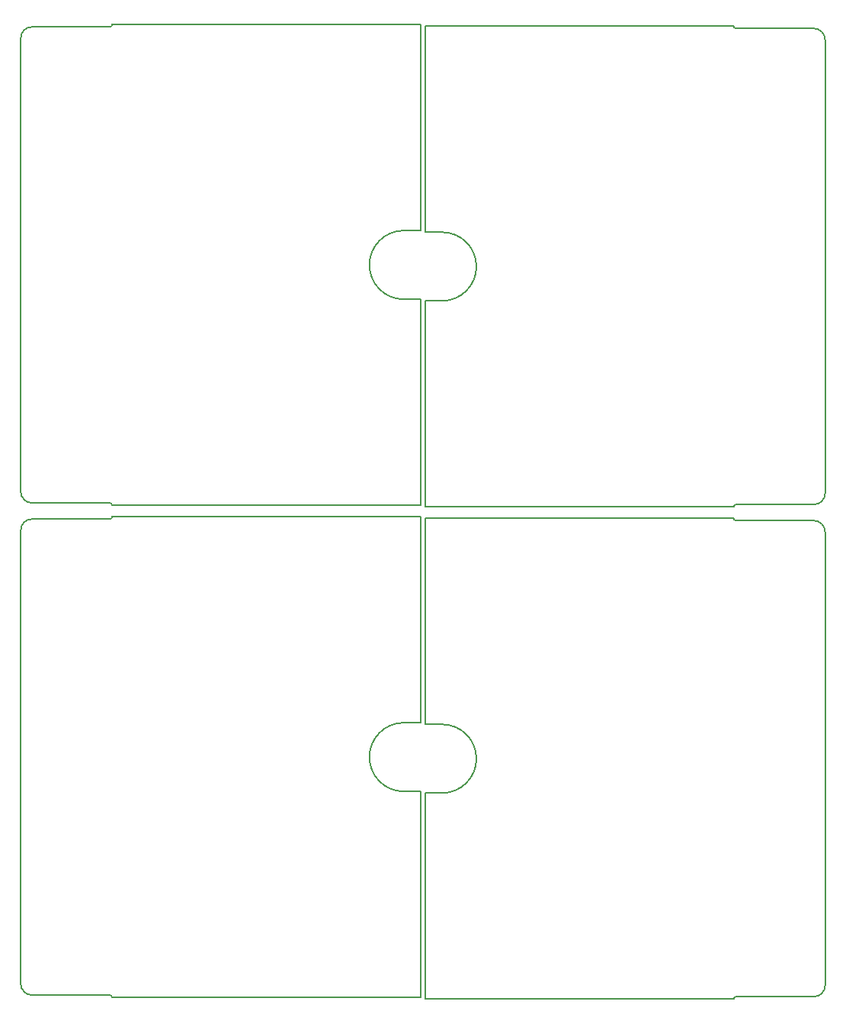
<source format=gbr>
%TF.GenerationSoftware,KiCad,Pcbnew,(5.1.10)-1*%
%TF.CreationDate,2022-10-07T13:26:39-03:00*%
%TF.ProjectId,CoCoEPROMpak,436f436f-4550-4524-9f4d-70616b2e6b69,rev?*%
%TF.SameCoordinates,Original*%
%TF.FileFunction,Profile,NP*%
%FSLAX46Y46*%
G04 Gerber Fmt 4.6, Leading zero omitted, Abs format (unit mm)*
G04 Created by KiCad (PCBNEW (5.1.10)-1) date 2022-10-07 13:26:39*
%MOMM*%
%LPD*%
G01*
G04 APERTURE LIST*
%TA.AperFunction,Profile*%
%ADD10C,0.127000*%
%TD*%
G04 APERTURE END LIST*
D10*
%TO.C,P1*%
X161772600Y-145884900D02*
X170408600Y-145884900D01*
X171678600Y-144614900D02*
G75*
G02*
X170408600Y-145884900I-1270000J0D01*
G01*
X171678600Y-144614900D02*
X171678600Y-94322900D01*
X170408600Y-93052900D02*
G75*
G02*
X171678600Y-94322900I0J-1270000D01*
G01*
X170408600Y-93052900D02*
X161772600Y-93052900D01*
X161518600Y-92798900D02*
G75*
G03*
X161772600Y-93052900I254000J0D01*
G01*
X161518600Y-92798900D02*
X127228600Y-92798900D01*
X127228600Y-92798900D02*
X127228600Y-115658900D01*
X127228600Y-115658900D02*
X129133600Y-115658900D01*
X132943600Y-119468900D02*
G75*
G03*
X129133600Y-115658900I-3810000J0D01*
G01*
X129133600Y-123278900D02*
G75*
G03*
X132943600Y-119468900I0J3810000D01*
G01*
X129133600Y-123278900D02*
X127228600Y-123278900D01*
X127228600Y-123278900D02*
X127228600Y-146138900D01*
X127228600Y-146138900D02*
X161518600Y-146138900D01*
X161772600Y-145884900D02*
G75*
G03*
X161518600Y-146138900I0J-254000D01*
G01*
X161772600Y-91274900D02*
G75*
G03*
X161518600Y-91528900I0J-254000D01*
G01*
X127228600Y-91528900D02*
X161518600Y-91528900D01*
X127228600Y-68668900D02*
X127228600Y-91528900D01*
X129133600Y-68668900D02*
X127228600Y-68668900D01*
X129133600Y-68668900D02*
G75*
G03*
X132943600Y-64858900I0J3810000D01*
G01*
X132943600Y-64858900D02*
G75*
G03*
X129133600Y-61048900I-3810000J0D01*
G01*
X127228600Y-61048900D02*
X129133600Y-61048900D01*
X127228600Y-38188900D02*
X127228600Y-61048900D01*
X161518600Y-38188900D02*
X127228600Y-38188900D01*
X161518600Y-38188900D02*
G75*
G03*
X161772600Y-38442900I254000J0D01*
G01*
X170408600Y-38442900D02*
X161772600Y-38442900D01*
X170408600Y-38442900D02*
G75*
G02*
X171678600Y-39712900I0J-1270000D01*
G01*
X171678600Y-90004900D02*
X171678600Y-39712900D01*
X171678600Y-90004900D02*
G75*
G02*
X170408600Y-91274900I-1270000J0D01*
G01*
X161772600Y-91274900D02*
X170408600Y-91274900D01*
X92227400Y-92875100D02*
X83591400Y-92875100D01*
X82321400Y-94145100D02*
G75*
G02*
X83591400Y-92875100I1270000J0D01*
G01*
X82321400Y-94145100D02*
X82321400Y-144437100D01*
X83591400Y-145707100D02*
G75*
G02*
X82321400Y-144437100I0J1270000D01*
G01*
X83591400Y-145707100D02*
X92227400Y-145707100D01*
X92481400Y-145961100D02*
G75*
G03*
X92227400Y-145707100I-254000J0D01*
G01*
X92481400Y-145961100D02*
X126771400Y-145961100D01*
X126771400Y-145961100D02*
X126771400Y-123101100D01*
X126771400Y-123101100D02*
X124866400Y-123101100D01*
X121056400Y-119291100D02*
G75*
G03*
X124866400Y-123101100I3810000J0D01*
G01*
X124866400Y-115481100D02*
G75*
G03*
X121056400Y-119291100I0J-3810000D01*
G01*
X124866400Y-115481100D02*
X126771400Y-115481100D01*
X126771400Y-115481100D02*
X126771400Y-92621100D01*
X126771400Y-92621100D02*
X92481400Y-92621100D01*
X92227400Y-92875100D02*
G75*
G03*
X92481400Y-92621100I0J254000D01*
G01*
X92227400Y-38265100D02*
G75*
G03*
X92481400Y-38011100I0J254000D01*
G01*
X126771400Y-38011100D02*
X92481400Y-38011100D01*
X126771400Y-60871100D02*
X126771400Y-38011100D01*
X124866400Y-60871100D02*
X126771400Y-60871100D01*
X124866400Y-60871100D02*
G75*
G03*
X121056400Y-64681100I0J-3810000D01*
G01*
X121056400Y-64681100D02*
G75*
G03*
X124866400Y-68491100I3810000J0D01*
G01*
X126771400Y-68491100D02*
X124866400Y-68491100D01*
X126771400Y-91351100D02*
X126771400Y-68491100D01*
X92481400Y-91351100D02*
X126771400Y-91351100D01*
X92481400Y-91351100D02*
G75*
G03*
X92227400Y-91097100I-254000J0D01*
G01*
X83591400Y-91097100D02*
X92227400Y-91097100D01*
X83591400Y-91097100D02*
G75*
G02*
X82321400Y-89827100I0J1270000D01*
G01*
X82321400Y-39535100D02*
X82321400Y-89827100D01*
X82321400Y-39535100D02*
G75*
G02*
X83591400Y-38265100I1270000J0D01*
G01*
X92227400Y-38265100D02*
X83591400Y-38265100D01*
%TD*%
M02*

</source>
